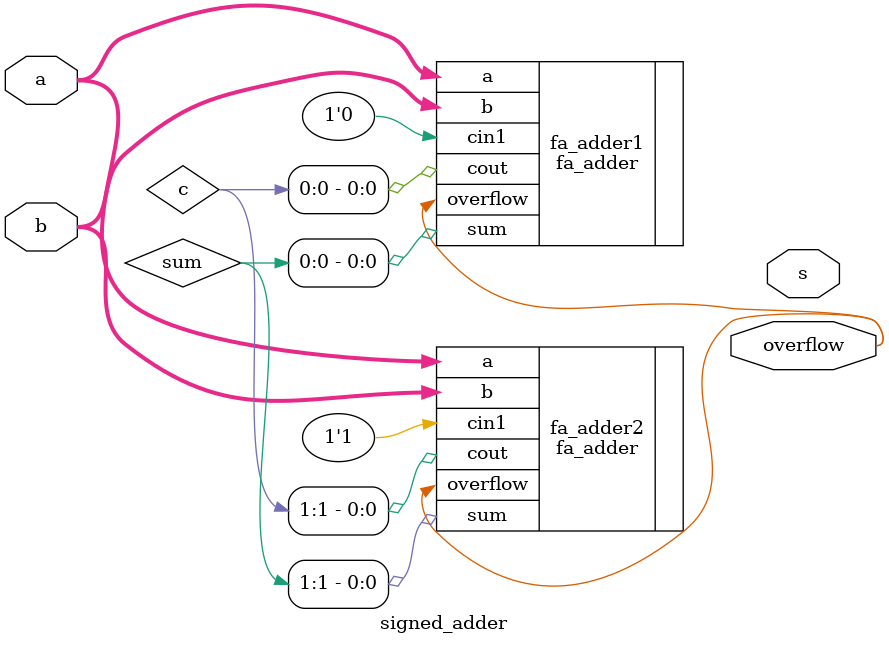
<source format=v>

module signed_adder(input [7:0] a,
    input [7:0] b,
    output [7:0] s,
    output overflow
); 

// The numbers a and b are added to the output s. 
// assign the occurence of the signed overflow of a and b to the output overflow.
// a signed overflow occurs if the most significant bits of a and b are low and the most significant bit of s is high
// a signed overflow may also occur if the most significant bits of a and b are high and the most significant bit of s is low


	wire ms1, ls1, ms2, ls2;
	
wire [8:0] sum;
wire [8:0] c;
wire overflow;

//assigns c1 = a-b;
//assigns c2 = a+b;
fa_adder fa_adder1(
.a(a),
.b(b),
.cin1(1'b0),
.cout(c[0]),
.sum(sum[0]),
.overflow(overflow)
);

fa_adder fa_adder2(
.a(a),
.b(b),
.cin1(1'b1),
.cout(c[1]),
.sum(sum[1]),
.overflow(overflow)
);
	

assign ms1 = sum[0] ^ c[0];
endmodule

</source>
